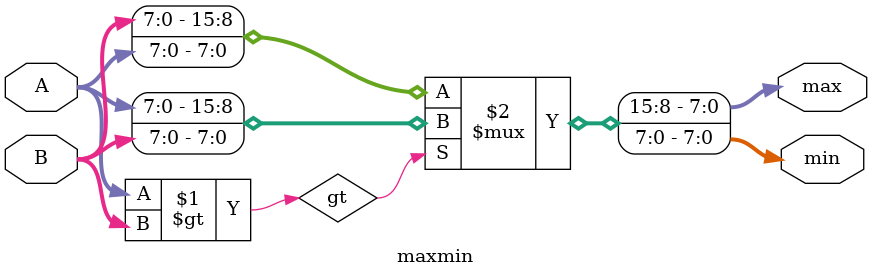
<source format=v>
module maxmin (max,min,A,B);
  input [7:0] A,B;
  output [7:0] max,min;
  
  wire gt;
  wire [7:0] max,min;
  
  assign gt= A>B;
  assign {max,min}= gt ? {A,B} : {B,A};
endmodule
</source>
